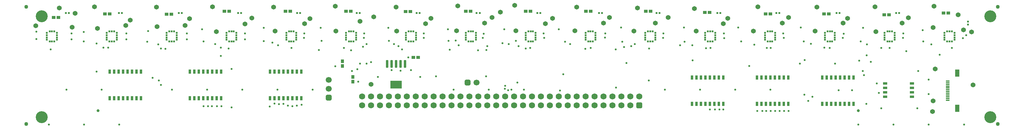
<source format=gbr>
%TF.GenerationSoftware,Altium Limited,Altium Designer,24.9.1 (31)*%
G04 Layer_Color=8388736*
%FSLAX45Y45*%
%MOMM*%
%TF.SameCoordinates,261FE19A-EF30-4485-92B3-4F91B7BE389E*%
%TF.FilePolarity,Negative*%
%TF.FileFunction,Soldermask,Top*%
%TF.Part,Single*%
G01*
G75*
%TA.AperFunction,SMDPad,CuDef*%
%ADD12R,0.91213X1.05814*%
%ADD13R,1.05814X0.91213*%
%ADD17R,1.00000X0.30000*%
%ADD18R,1.30000X2.00000*%
%ADD19R,0.61535X0.57247*%
%ADD20R,0.76000X1.27000*%
%ADD21R,1.27000X0.76000*%
%ADD22R,0.57247X0.61535*%
G04:AMPARAMS|DCode=43|XSize=0.7mm|YSize=2.2mm|CornerRadius=0.101mm|HoleSize=0mm|Usage=FLASHONLY|Rotation=0.000|XOffset=0mm|YOffset=0mm|HoleType=Round|Shape=RoundedRectangle|*
%AMROUNDEDRECTD43*
21,1,0.70000,1.99800,0,0,0.0*
21,1,0.49800,2.20000,0,0,0.0*
1,1,0.20200,0.24900,-0.99900*
1,1,0.20200,-0.24900,-0.99900*
1,1,0.20200,-0.24900,0.99900*
1,1,0.20200,0.24900,0.99900*
%
%ADD43ROUNDEDRECTD43*%
G04:AMPARAMS|DCode=44|XSize=3.3mm|YSize=2.2mm|CornerRadius=0.1025mm|HoleSize=0mm|Usage=FLASHONLY|Rotation=0.000|XOffset=0mm|YOffset=0mm|HoleType=Round|Shape=RoundedRectangle|*
%AMROUNDEDRECTD44*
21,1,3.30000,1.99500,0,0,0.0*
21,1,3.09500,2.20000,0,0,0.0*
1,1,0.20500,1.54750,-0.99750*
1,1,0.20500,-1.54750,-0.99750*
1,1,0.20500,-1.54750,0.99750*
1,1,0.20500,1.54750,0.99750*
%
%ADD44ROUNDEDRECTD44*%
%ADD45C,1.10000*%
%ADD46R,0.55000X0.50000*%
%ADD47R,0.50000X0.55000*%
%TA.AperFunction,ComponentPad*%
G04:AMPARAMS|DCode=48|XSize=1.7mm|YSize=1.7mm|CornerRadius=0.45mm|HoleSize=0mm|Usage=FLASHONLY|Rotation=0.000|XOffset=0mm|YOffset=0mm|HoleType=Round|Shape=RoundedRectangle|*
%AMROUNDEDRECTD48*
21,1,1.70000,0.80000,0,0,0.0*
21,1,0.80000,1.70000,0,0,0.0*
1,1,0.90000,0.40000,-0.40000*
1,1,0.90000,-0.40000,-0.40000*
1,1,0.90000,-0.40000,0.40000*
1,1,0.90000,0.40000,0.40000*
%
%ADD48ROUNDEDRECTD48*%
%ADD49C,1.70000*%
G04:AMPARAMS|DCode=50|XSize=1.7mm|YSize=1.7mm|CornerRadius=0.45mm|HoleSize=0mm|Usage=FLASHONLY|Rotation=90.000|XOffset=0mm|YOffset=0mm|HoleType=Round|Shape=RoundedRectangle|*
%AMROUNDEDRECTD50*
21,1,1.70000,0.80000,0,0,90.0*
21,1,0.80000,1.70000,0,0,90.0*
1,1,0.90000,0.40000,0.40000*
1,1,0.90000,0.40000,-0.40000*
1,1,0.90000,-0.40000,-0.40000*
1,1,0.90000,-0.40000,0.40000*
%
%ADD50ROUNDEDRECTD50*%
%ADD51C,1.75000*%
G04:AMPARAMS|DCode=52|XSize=1.75mm|YSize=1.75mm|CornerRadius=0.4625mm|HoleSize=0mm|Usage=FLASHONLY|Rotation=0.000|XOffset=0mm|YOffset=0mm|HoleType=Round|Shape=RoundedRectangle|*
%AMROUNDEDRECTD52*
21,1,1.75000,0.82500,0,0,0.0*
21,1,0.82500,1.75000,0,0,0.0*
1,1,0.92500,0.41250,-0.41250*
1,1,0.92500,-0.41250,-0.41250*
1,1,0.92500,-0.41250,0.41250*
1,1,0.92500,0.41250,0.41250*
%
%ADD52ROUNDEDRECTD52*%
%TA.AperFunction,ViaPad*%
%ADD53C,0.55000*%
%ADD54C,1.37000*%
%ADD55C,0.80000*%
%ADD56C,3.40320*%
D12*
X9182100Y1947299D02*
D03*
Y1811901D02*
D03*
X9474200Y1494299D02*
D03*
Y1358900D02*
D03*
D13*
X11332599Y2057400D02*
D03*
X11197201D02*
D03*
X5829407Y3378200D02*
D03*
X5964804D02*
D03*
X12683099D02*
D03*
X12818501D02*
D03*
X17936601D02*
D03*
X17801199D02*
D03*
X10977103Y3365500D02*
D03*
X11112500D02*
D03*
X9279499Y3378200D02*
D03*
X9414901D02*
D03*
X7560803D02*
D03*
X7696200D02*
D03*
X4186799Y3289300D02*
D03*
X4322201D02*
D03*
X2429998Y3302000D02*
D03*
X2565400D02*
D03*
X1109101Y3200400D02*
D03*
X973699D02*
D03*
X26259399Y3327400D02*
D03*
X26394800D02*
D03*
X24570299Y3276600D02*
D03*
X24705701D02*
D03*
X22860001Y3302000D02*
D03*
X22995403D02*
D03*
X21204799D02*
D03*
X21340201D02*
D03*
X19477599Y3340100D02*
D03*
X19613000D02*
D03*
X16099399Y3378200D02*
D03*
X16234801D02*
D03*
X14389101D02*
D03*
X14524496D02*
D03*
D17*
X26376700Y879902D02*
D03*
Y929899D02*
D03*
Y979902D02*
D03*
Y1029899D02*
D03*
Y1079901D02*
D03*
Y1129899D02*
D03*
Y1179901D02*
D03*
Y1229898D02*
D03*
Y1279901D02*
D03*
Y1329898D02*
D03*
Y1379901D02*
D03*
Y829899D02*
D03*
D18*
X26646698Y599902D02*
D03*
Y1609898D02*
D03*
D19*
X1320800Y3327400D02*
D03*
X1406510D02*
D03*
X16552855D02*
D03*
X16467145D02*
D03*
X21592941D02*
D03*
X21507227D02*
D03*
X18187527D02*
D03*
X18101813D02*
D03*
X13079405D02*
D03*
X12993695D02*
D03*
X9673991D02*
D03*
X9588282D02*
D03*
X11376701D02*
D03*
X11290986D02*
D03*
X7975600D02*
D03*
X7889885D02*
D03*
X4614855D02*
D03*
X4529145D02*
D03*
X6303955D02*
D03*
X6218245D02*
D03*
X2913055D02*
D03*
X2827345D02*
D03*
X24998355D02*
D03*
X24912640D02*
D03*
X23301311D02*
D03*
X23215601D02*
D03*
X19918355D02*
D03*
X19832645D02*
D03*
X14800258D02*
D03*
X14714543D02*
D03*
D20*
X19113499Y1484401D02*
D03*
X19240500D02*
D03*
X19367500D02*
D03*
X19494501D02*
D03*
X19621500D02*
D03*
X19748500D02*
D03*
X19875500D02*
D03*
X20002499D02*
D03*
Y725399D02*
D03*
X19875500D02*
D03*
X19748500D02*
D03*
X19621500D02*
D03*
X19494501D02*
D03*
X19367500D02*
D03*
X19240500D02*
D03*
X19113499D02*
D03*
X2565400Y1649501D02*
D03*
X2692400D02*
D03*
X2819400D02*
D03*
X2946400D02*
D03*
X3073400D02*
D03*
X3200400D02*
D03*
X3327400D02*
D03*
X3454400D02*
D03*
Y890499D02*
D03*
X3327400D02*
D03*
X3200400D02*
D03*
X3073400D02*
D03*
X2946400D02*
D03*
X2819400D02*
D03*
X2692400D02*
D03*
X2565400D02*
D03*
X4845050D02*
D03*
X4972050D02*
D03*
X5099050D02*
D03*
X5226050D02*
D03*
X5353050D02*
D03*
X5480050D02*
D03*
X5607050D02*
D03*
X5734050D02*
D03*
Y1649496D02*
D03*
X5607050D02*
D03*
X5480050D02*
D03*
X5353050D02*
D03*
X5226050D02*
D03*
X5099050D02*
D03*
X4972050D02*
D03*
X4845050D02*
D03*
X20961349Y1484401D02*
D03*
X21088350D02*
D03*
X21215350D02*
D03*
X21342349D02*
D03*
X21469350D02*
D03*
X21596350D02*
D03*
X21723351D02*
D03*
X21850349D02*
D03*
Y725399D02*
D03*
X21723351D02*
D03*
X21596350D02*
D03*
X21469350D02*
D03*
X21342349D02*
D03*
X21215350D02*
D03*
X21088350D02*
D03*
X20961349D02*
D03*
X7124700Y890499D02*
D03*
X7251700D02*
D03*
X7378700D02*
D03*
X7505700D02*
D03*
X7632700D02*
D03*
X7759700D02*
D03*
X7886700D02*
D03*
X8013700D02*
D03*
Y1649496D02*
D03*
X7886700D02*
D03*
X7759700D02*
D03*
X7632700D02*
D03*
X7505700D02*
D03*
X7378700D02*
D03*
X7251700D02*
D03*
X7124700D02*
D03*
X22809200Y725404D02*
D03*
X22936200D02*
D03*
X23063200D02*
D03*
X23190199D02*
D03*
X23317200D02*
D03*
X23444200D02*
D03*
X23571201D02*
D03*
X23698199D02*
D03*
Y1484401D02*
D03*
X23571201D02*
D03*
X23444200D02*
D03*
X23317200D02*
D03*
X23190199D02*
D03*
X23063200D02*
D03*
X22936200D02*
D03*
X22809200D02*
D03*
D21*
X25361900Y1308100D02*
D03*
Y1181100D02*
D03*
Y1054100D02*
D03*
Y927100D02*
D03*
X24599899D02*
D03*
Y1054100D02*
D03*
Y1181100D02*
D03*
Y1308100D02*
D03*
D22*
X26949399Y2992445D02*
D03*
Y3078155D02*
D03*
D43*
X10960100Y1872300D02*
D03*
X10833100D02*
D03*
X10706100D02*
D03*
X10579100D02*
D03*
X10452100D02*
D03*
D44*
X10706100Y1277300D02*
D03*
D45*
X27800000Y3500000D02*
D03*
Y150000D02*
D03*
X200000Y3500000D02*
D03*
Y150000D02*
D03*
D46*
X16085201Y2755600D02*
D03*
X16370198D02*
D03*
Y2690602D02*
D03*
Y2625598D02*
D03*
Y2560599D02*
D03*
X16085201D02*
D03*
Y2625598D02*
D03*
Y2690602D02*
D03*
X19485199Y2755600D02*
D03*
X19770197D02*
D03*
Y2690602D02*
D03*
Y2625598D02*
D03*
Y2560599D02*
D03*
X19485199D02*
D03*
Y2625598D02*
D03*
Y2690602D02*
D03*
X785200Y2755600D02*
D03*
X1070199D02*
D03*
Y2690602D02*
D03*
Y2625598D02*
D03*
Y2560599D02*
D03*
X785200D02*
D03*
Y2625598D02*
D03*
Y2690602D02*
D03*
X5885200Y2755600D02*
D03*
X6170198D02*
D03*
Y2690602D02*
D03*
Y2625598D02*
D03*
Y2560599D02*
D03*
X5885200D02*
D03*
Y2625598D02*
D03*
Y2690602D02*
D03*
X9285199D02*
D03*
Y2625598D02*
D03*
Y2560599D02*
D03*
X9570202D02*
D03*
Y2625598D02*
D03*
Y2690602D02*
D03*
Y2755600D02*
D03*
X9285199D02*
D03*
X2485202D02*
D03*
X2770200D02*
D03*
Y2690602D02*
D03*
Y2625598D02*
D03*
Y2560599D02*
D03*
X2485202D02*
D03*
Y2625598D02*
D03*
Y2690602D02*
D03*
X4185199Y2755600D02*
D03*
X4470202D02*
D03*
Y2690602D02*
D03*
Y2625598D02*
D03*
Y2560599D02*
D03*
X4185199D02*
D03*
Y2625598D02*
D03*
Y2690602D02*
D03*
X7585202D02*
D03*
Y2625598D02*
D03*
Y2560599D02*
D03*
X7870200D02*
D03*
Y2625598D02*
D03*
Y2690602D02*
D03*
Y2755600D02*
D03*
X7585202D02*
D03*
X10985200D02*
D03*
X11270198D02*
D03*
Y2690602D02*
D03*
Y2625598D02*
D03*
Y2560599D02*
D03*
X10985200D02*
D03*
Y2625598D02*
D03*
Y2690602D02*
D03*
X12685197Y2755600D02*
D03*
X12970200D02*
D03*
Y2690602D02*
D03*
Y2625598D02*
D03*
Y2560599D02*
D03*
X12685197D02*
D03*
Y2625598D02*
D03*
Y2690602D02*
D03*
X14385199Y2755600D02*
D03*
X14670203D02*
D03*
Y2690602D02*
D03*
Y2625598D02*
D03*
Y2560599D02*
D03*
X14385199D02*
D03*
Y2625598D02*
D03*
Y2690602D02*
D03*
X17785197Y2755600D02*
D03*
X18070200D02*
D03*
Y2690602D02*
D03*
Y2625598D02*
D03*
Y2560599D02*
D03*
X17785197D02*
D03*
Y2625598D02*
D03*
Y2690602D02*
D03*
X21185201Y2755600D02*
D03*
X21470198D02*
D03*
Y2690602D02*
D03*
Y2625598D02*
D03*
Y2560599D02*
D03*
X21185201D02*
D03*
Y2625598D02*
D03*
Y2690602D02*
D03*
X22885197Y2755600D02*
D03*
X23170200D02*
D03*
Y2690602D02*
D03*
Y2625598D02*
D03*
Y2560599D02*
D03*
X22885197D02*
D03*
Y2625598D02*
D03*
Y2690602D02*
D03*
X24585197Y2755600D02*
D03*
X24870197D02*
D03*
Y2690602D02*
D03*
Y2625598D02*
D03*
Y2560599D02*
D03*
X24585197D02*
D03*
Y2625598D02*
D03*
Y2690602D02*
D03*
X26285199Y2755600D02*
D03*
X26570197D02*
D03*
Y2690602D02*
D03*
Y2625598D02*
D03*
Y2560599D02*
D03*
X26285199D02*
D03*
Y2625598D02*
D03*
Y2690602D02*
D03*
D47*
X16292699Y2515601D02*
D03*
X16227699D02*
D03*
X16162701D02*
D03*
Y2800599D02*
D03*
X16227699D02*
D03*
X16292699D02*
D03*
X19692702Y2515601D02*
D03*
X19627698D02*
D03*
X19562698D02*
D03*
Y2800599D02*
D03*
X19627698D02*
D03*
X19692702D02*
D03*
X992698D02*
D03*
X927699D02*
D03*
X862701D02*
D03*
X992698Y2515601D02*
D03*
X927699D02*
D03*
X862701D02*
D03*
X6092698D02*
D03*
X6027699D02*
D03*
X5962701D02*
D03*
Y2800599D02*
D03*
X6092698D02*
D03*
X6027699D02*
D03*
X9362699Y2515601D02*
D03*
X9427698D02*
D03*
X9492701D02*
D03*
X9362699Y2800599D02*
D03*
X9492701D02*
D03*
X9427698D02*
D03*
X2692700Y2515601D02*
D03*
X2627701D02*
D03*
X2562697D02*
D03*
Y2800599D02*
D03*
X2627701D02*
D03*
X2692700D02*
D03*
X4392701Y2515601D02*
D03*
X4327698D02*
D03*
X4262699D02*
D03*
Y2800599D02*
D03*
X4327698D02*
D03*
X4392701D02*
D03*
X7662697Y2515601D02*
D03*
X7727701D02*
D03*
X7792700D02*
D03*
X7662697Y2800599D02*
D03*
X7727701D02*
D03*
X7792700D02*
D03*
X11192698Y2515601D02*
D03*
X11127699D02*
D03*
X11062701D02*
D03*
Y2800599D02*
D03*
X11127699D02*
D03*
X11192698D02*
D03*
X12892700Y2515601D02*
D03*
X12827701D02*
D03*
X12762697D02*
D03*
Y2800599D02*
D03*
X12892700D02*
D03*
X12827701D02*
D03*
X14592702Y2515601D02*
D03*
X14527698D02*
D03*
X14462698D02*
D03*
Y2800599D02*
D03*
X14527698D02*
D03*
X14592702D02*
D03*
X17992700Y2515601D02*
D03*
X17927701D02*
D03*
X17862697D02*
D03*
Y2800599D02*
D03*
X17992700D02*
D03*
X17927701D02*
D03*
X21392699Y2515601D02*
D03*
X21327699D02*
D03*
X21262701D02*
D03*
Y2800599D02*
D03*
X21392699D02*
D03*
X21327699D02*
D03*
X23092700Y2515601D02*
D03*
X23027701D02*
D03*
X22962697D02*
D03*
Y2800599D02*
D03*
X23027701D02*
D03*
X23092700D02*
D03*
X24792702Y2515601D02*
D03*
X24727698D02*
D03*
X24662698D02*
D03*
Y2800599D02*
D03*
X24792702D02*
D03*
X24727698D02*
D03*
X26492697Y2515601D02*
D03*
X26427698D02*
D03*
X26362701D02*
D03*
Y2800599D02*
D03*
X26427698D02*
D03*
X26492697D02*
D03*
D48*
X12738100Y1333500D02*
D03*
D49*
X12992101D02*
D03*
X8788400Y1155700D02*
D03*
Y1409700D02*
D03*
D50*
Y901700D02*
D03*
D51*
X13549899Y939800D02*
D03*
Y685800D02*
D03*
X13803899Y939800D02*
D03*
Y685800D02*
D03*
X14057899Y939800D02*
D03*
X14311899D02*
D03*
X14565900D02*
D03*
X14057899Y685800D02*
D03*
X14311899D02*
D03*
X14565900D02*
D03*
X15835899Y939800D02*
D03*
Y685800D02*
D03*
X16343900Y939800D02*
D03*
Y685800D02*
D03*
X16851900Y939800D02*
D03*
Y685800D02*
D03*
X17359898Y939800D02*
D03*
Y685800D02*
D03*
X17613899Y939800D02*
D03*
X17105899Y685800D02*
D03*
Y939800D02*
D03*
X16597899Y685800D02*
D03*
Y939800D02*
D03*
X16089899Y685800D02*
D03*
Y939800D02*
D03*
X15581898Y685800D02*
D03*
Y939800D02*
D03*
X15327899Y685800D02*
D03*
Y939800D02*
D03*
X15073898Y685800D02*
D03*
Y939800D02*
D03*
X14819899Y685800D02*
D03*
Y939800D02*
D03*
X13295898Y685800D02*
D03*
X13041899D02*
D03*
X13295898Y939800D02*
D03*
X13041899D02*
D03*
X12787899Y685800D02*
D03*
X12533899D02*
D03*
X12279899D02*
D03*
X12025899D02*
D03*
X11771899D02*
D03*
X11517899D02*
D03*
X11263899D02*
D03*
X11009899D02*
D03*
X10755899D02*
D03*
X10501899D02*
D03*
X10247899D02*
D03*
X9993899D02*
D03*
X9739899D02*
D03*
X12787899Y939800D02*
D03*
X12533899D02*
D03*
X12279899D02*
D03*
X12025899D02*
D03*
X11771899D02*
D03*
X11517899D02*
D03*
X11263899D02*
D03*
X11009899D02*
D03*
X10755899D02*
D03*
X10501899D02*
D03*
X10247899D02*
D03*
X9993899D02*
D03*
X9739899D02*
D03*
D52*
X17613899Y685800D02*
D03*
D53*
X26806799Y2606672D02*
D03*
X13728700Y2463800D02*
D03*
X11052100Y2057400D02*
D03*
X11391900Y1498600D02*
D03*
X11125200Y1689100D02*
D03*
X8978900Y1803400D02*
D03*
X10833100Y1676400D02*
D03*
X9601200Y1714500D02*
D03*
X10579100Y1689100D02*
D03*
X10185400Y1498600D02*
D03*
X9626600Y1358900D02*
D03*
X10487028Y2905400D02*
D03*
X13258800Y1511300D02*
D03*
X11836400D02*
D03*
X9994900Y1917700D02*
D03*
X25831799Y1003300D02*
D03*
X26837701Y135900D02*
D03*
X25837701D02*
D03*
X24837701D02*
D03*
X23837701D02*
D03*
X21337701Y1135900D02*
D03*
X20337701D02*
D03*
X19337701D02*
D03*
X18337701D02*
D03*
X14337701D02*
D03*
X13337701D02*
D03*
X12337700D02*
D03*
X8337700D02*
D03*
X7337700D02*
D03*
X6337700D02*
D03*
X5337700D02*
D03*
X4337700D02*
D03*
X2837700Y135900D02*
D03*
X2337700Y1135900D02*
D03*
X1837700Y135900D02*
D03*
X1337700Y1135900D02*
D03*
X837700Y135900D02*
D03*
X13792200Y1155700D02*
D03*
X13804984Y1244516D02*
D03*
X24001266Y1551907D02*
D03*
X25117429Y2740300D02*
D03*
X23420534Y2733007D02*
D03*
X21717000Y2616200D02*
D03*
X21701128Y2740300D02*
D03*
X20018372D02*
D03*
X18297528D02*
D03*
X17891129Y2308500D02*
D03*
X16646529Y2740300D02*
D03*
X16078200Y2298700D02*
D03*
X14909801Y2616200D02*
D03*
X14893929Y2740300D02*
D03*
X13197034Y2733007D02*
D03*
X11493500Y2616200D02*
D03*
X10502900Y2527300D02*
D03*
X11490328Y2740300D02*
D03*
X9801228D02*
D03*
X8099428D02*
D03*
X7731128Y2330200D02*
D03*
X5562600Y2438400D02*
D03*
X6410328Y2740300D02*
D03*
Y2568300D02*
D03*
X5727700Y2336800D02*
D03*
X4759328Y2740300D02*
D03*
Y2574102D02*
D03*
X3044828Y2740300D02*
D03*
Y2574102D02*
D03*
X1482728Y2740300D02*
D03*
Y2574102D02*
D03*
X13296899Y2374900D02*
D03*
X13030200Y2257400D02*
D03*
X13268327Y2263500D02*
D03*
X14185899Y2374900D02*
D03*
X16941800Y2286000D02*
D03*
X13892067Y1120107D02*
D03*
X14147800Y1333500D02*
D03*
X13982700Y1130300D02*
D03*
X9423400Y2260767D02*
D03*
X12484100Y2400300D02*
D03*
X17132300Y2501900D02*
D03*
X17386301Y2374900D02*
D03*
X23657593Y1119333D02*
D03*
X19621500Y566251D02*
D03*
X24358968Y1308467D02*
D03*
X15363828Y1104600D02*
D03*
X10642600Y2438400D02*
D03*
X12230874Y2278233D02*
D03*
X24076300Y2111372D02*
D03*
X22489194Y2449367D02*
D03*
X20881972Y2415900D02*
D03*
X19116672Y2403200D02*
D03*
X20736932Y1813079D02*
D03*
X17881599Y1397000D02*
D03*
X3962400D02*
D03*
X4025900Y1270000D02*
D03*
X23967799Y2905820D02*
D03*
X24193500Y1930400D02*
D03*
X24485600Y596900D02*
D03*
X25514301D02*
D03*
X25831799Y1422400D02*
D03*
X26898599Y2692400D02*
D03*
X9867900Y2438400D02*
D03*
Y1879600D02*
D03*
X8089900Y2616200D02*
D03*
X9766300Y2362200D02*
D03*
X9791700Y2616200D02*
D03*
X13169901D02*
D03*
X20027901Y2603500D02*
D03*
X16637000Y2622001D02*
D03*
X18288000Y2616200D02*
D03*
X18897600Y2501900D02*
D03*
X18770599Y2400300D02*
D03*
X15328900Y2857500D02*
D03*
X13779500D02*
D03*
X20421600Y2908300D02*
D03*
X17094200D02*
D03*
X18884900D02*
D03*
X25666699Y2832100D02*
D03*
X17183099Y2349500D02*
D03*
X26492200Y2324100D02*
D03*
X23393401Y2616200D02*
D03*
X19634283Y2324184D02*
D03*
X14109700Y2527300D02*
D03*
X22313901Y1981200D02*
D03*
X22303706Y988867D02*
D03*
X21729700Y520700D02*
D03*
X21348700D02*
D03*
X19510100Y2314572D02*
D03*
X21218301Y520700D02*
D03*
X19126199Y1968500D02*
D03*
X17246600Y1892300D02*
D03*
X9448800Y1663700D02*
D03*
X25196800Y2235200D02*
D03*
X23863300Y1965302D02*
D03*
X14389101Y2311400D02*
D03*
X14516100Y2324100D02*
D03*
X15455901Y1574800D02*
D03*
X5740400Y660400D02*
D03*
X5613400D02*
D03*
X5359400D02*
D03*
X6032500Y622300D02*
D03*
X2387600Y2336800D02*
D03*
X2197100Y1651000D02*
D03*
X24079201Y2425700D02*
D03*
X22199600Y2908300D02*
D03*
X8562972Y2905400D02*
D03*
X6943728D02*
D03*
X13906500Y2438400D02*
D03*
X23964900Y1663700D02*
D03*
X23177499Y1879600D02*
D03*
X22174200D02*
D03*
X25539700Y1663700D02*
D03*
X26149301Y2133600D02*
D03*
X24066499Y723900D02*
D03*
X24422099Y1041400D02*
D03*
X24725198Y2324100D02*
D03*
X23025101D02*
D03*
X23279100Y1117600D02*
D03*
X21348700Y2324100D02*
D03*
X22529800Y927100D02*
D03*
X22415500Y812800D02*
D03*
X25907999Y2425700D02*
D03*
X24485600Y2324100D02*
D03*
X22872701Y2336800D02*
D03*
X21234399Y2324100D02*
D03*
X8020029Y699716D02*
D03*
X8509087Y2269475D02*
D03*
X16954500Y1193800D02*
D03*
X12395200Y2540000D02*
D03*
X889000Y2286000D02*
D03*
X2527300Y2336800D02*
D03*
X4025900Y2311400D02*
D03*
X4152900Y2298700D02*
D03*
X5727700Y2095500D02*
D03*
X9220200Y2324100D02*
D03*
X9678671Y1880871D02*
D03*
X7353300Y2400300D02*
D03*
X10769600Y2374900D02*
D03*
X16230600Y2324100D02*
D03*
X19761200Y562000D02*
D03*
X19888200D02*
D03*
X20002499D02*
D03*
X21107401Y520700D02*
D03*
X20967700D02*
D03*
X21475700D02*
D03*
X21602699D02*
D03*
X21856700D02*
D03*
X10871200Y2286000D02*
D03*
X7886700Y673100D02*
D03*
X7505700Y723900D02*
D03*
X7632700Y673100D02*
D03*
X7112000Y647700D02*
D03*
X17487900Y2438400D02*
D03*
X15646400D02*
D03*
X20510500Y2514600D02*
D03*
X7759700Y660400D02*
D03*
X7378700Y714400D02*
D03*
X7251700Y736600D02*
D03*
X6032500Y1727200D02*
D03*
X5943600Y2311400D02*
D03*
X5232400Y660400D02*
D03*
X5473700D02*
D03*
X7188200Y2476500D02*
D03*
X5232400Y2514600D02*
D03*
X3784600Y1473200D02*
D03*
X3949700Y2425700D02*
D03*
X2197100Y2451100D02*
D03*
X25107899Y2616200D02*
D03*
X6946900Y2517800D02*
D03*
X1828800Y2514600D02*
D03*
X25679401D02*
D03*
X23901401D02*
D03*
X22288499D02*
D03*
X15506700Y2501900D02*
D03*
X12192000Y2527300D02*
D03*
X12179300Y2857500D02*
D03*
X8585200Y2527300D02*
D03*
X5194300Y2857500D02*
D03*
X3657600Y2806700D02*
D03*
X3632200Y2501900D02*
D03*
X482600Y2578100D02*
D03*
X1828800Y2781300D02*
D03*
X482600Y2794000D02*
D03*
D54*
X13665199Y3352800D02*
D03*
X10706100Y3492500D02*
D03*
X9677400Y3086100D02*
D03*
X9994900Y1282700D02*
D03*
X10071100Y3213100D02*
D03*
X26670001Y3276600D02*
D03*
X25958801Y2908300D02*
D03*
X27096219Y1271770D02*
D03*
X18072099Y3035300D02*
D03*
X17462500Y2806700D02*
D03*
X17564101Y3467100D02*
D03*
X18436606Y3196606D02*
D03*
X16598900Y3035300D02*
D03*
X25958801Y812800D02*
D03*
X1498600Y2921000D02*
D03*
X27051001Y2781300D02*
D03*
X25082500Y3035300D02*
D03*
X23406100D02*
D03*
X21678900D02*
D03*
X20002499Y3022600D02*
D03*
X14947900D02*
D03*
X13220700Y3035300D02*
D03*
X11544300Y3022600D02*
D03*
X8102600D02*
D03*
X6413500Y3009900D02*
D03*
X4711700Y2971800D02*
D03*
X3022600D02*
D03*
X1134086Y3473742D02*
D03*
X25984201Y3517900D02*
D03*
X24307800Y3505200D02*
D03*
X22656799Y3492500D02*
D03*
X20980400Y3505200D02*
D03*
X19177000Y3454400D02*
D03*
X12458700Y3530600D02*
D03*
X2133600Y3505200D02*
D03*
X3898900Y3492500D02*
D03*
X5486400Y3505200D02*
D03*
X7226300Y3492500D02*
D03*
X8978900Y3517900D02*
D03*
X14071600Y3543300D02*
D03*
X15833115Y3497562D02*
D03*
X26022299Y1727200D02*
D03*
X25946100Y508000D02*
D03*
X24333200Y2794000D02*
D03*
X22606000Y2806700D02*
D03*
X20853400D02*
D03*
X19227800D02*
D03*
X15786099Y2819400D02*
D03*
X14109700D02*
D03*
X12420600D02*
D03*
X26822400Y2844800D02*
D03*
X25260300Y3187700D02*
D03*
X23533099Y3175000D02*
D03*
X21856700Y3200400D02*
D03*
X20129500Y3175000D02*
D03*
X16764000Y3200400D02*
D03*
X15151100Y3175000D02*
D03*
X13427753Y3197544D02*
D03*
X11696700Y3175000D02*
D03*
X8261642Y3166086D02*
D03*
X10718800Y2806700D02*
D03*
X8991600D02*
D03*
X7264400D02*
D03*
X6610642Y3178786D02*
D03*
X4838700Y3162300D02*
D03*
X3911600Y2933700D02*
D03*
X2222500Y2882900D02*
D03*
X3149600Y3124200D02*
D03*
X469900Y2959100D02*
D03*
X1587500Y3314700D02*
D03*
X5600700Y2794000D02*
D03*
D55*
X23837698Y535900D02*
D03*
X2237700D02*
D03*
D56*
X27590799Y342900D02*
D03*
X640800D02*
D03*
Y3235100D02*
D03*
X27590799D02*
D03*
%TF.MD5,aca0954e88e6db9d862ff2ef7b0d1e80*%
M02*

</source>
